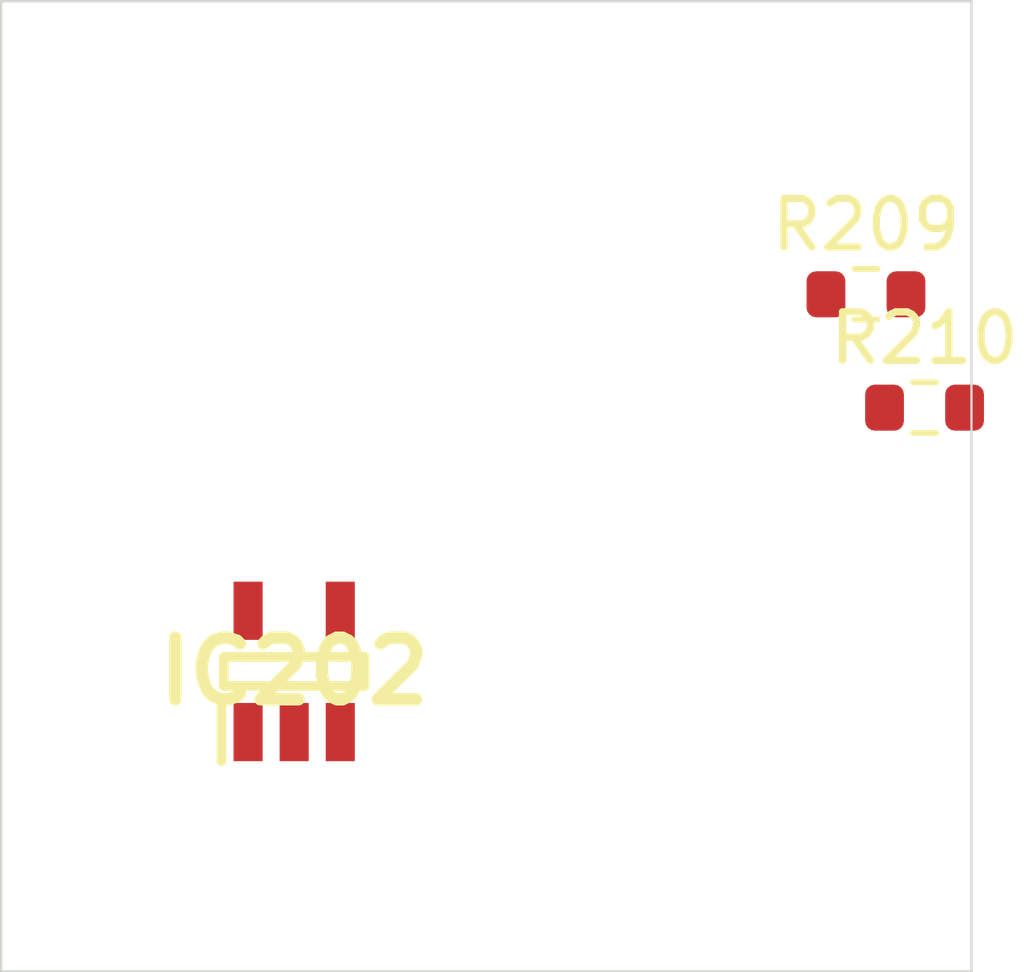
<source format=kicad_pcb>
 ( kicad_pcb  ( version 20171130 )
 ( host pcbnew 5.1.12-84ad8e8a86~92~ubuntu18.04.1 )
 ( general  ( thickness 1.6 )
 ( drawings 4 )
 ( tracks 0 )
 ( zones 0 )
 ( modules 3 )
 ( nets 5 )
)
 ( page A4 )
 ( layers  ( 0 F.Cu signal )
 ( 31 B.Cu signal )
 ( 32 B.Adhes user )
 ( 33 F.Adhes user )
 ( 34 B.Paste user )
 ( 35 F.Paste user )
 ( 36 B.SilkS user )
 ( 37 F.SilkS user )
 ( 38 B.Mask user )
 ( 39 F.Mask user )
 ( 40 Dwgs.User user )
 ( 41 Cmts.User user )
 ( 42 Eco1.User user )
 ( 43 Eco2.User user )
 ( 44 Edge.Cuts user )
 ( 45 Margin user )
 ( 46 B.CrtYd user )
 ( 47 F.CrtYd user )
 ( 48 B.Fab user )
 ( 49 F.Fab user )
)
 ( setup  ( last_trace_width 0.25 )
 ( trace_clearance 0.2 )
 ( zone_clearance 0.508 )
 ( zone_45_only no )
 ( trace_min 0.2 )
 ( via_size 0.8 )
 ( via_drill 0.4 )
 ( via_min_size 0.4 )
 ( via_min_drill 0.3 )
 ( uvia_size 0.3 )
 ( uvia_drill 0.1 )
 ( uvias_allowed no )
 ( uvia_min_size 0.2 )
 ( uvia_min_drill 0.1 )
 ( edge_width 0.05 )
 ( segment_width 0.2 )
 ( pcb_text_width 0.3 )
 ( pcb_text_size 1.5 1.5 )
 ( mod_edge_width 0.12 )
 ( mod_text_size 1 1 )
 ( mod_text_width 0.15 )
 ( pad_size 1.524 1.524 )
 ( pad_drill 0.762 )
 ( pad_to_mask_clearance 0 )
 ( aux_axis_origin 0 0 )
 ( visible_elements FFFFFF7F )
 ( pcbplotparams  ( layerselection 0x010fc_ffffffff )
 ( usegerberextensions false )
 ( usegerberattributes true )
 ( usegerberadvancedattributes true )
 ( creategerberjobfile true )
 ( excludeedgelayer true )
 ( linewidth 0.100000 )
 ( plotframeref false )
 ( viasonmask false )
 ( mode 1 )
 ( useauxorigin false )
 ( hpglpennumber 1 )
 ( hpglpenspeed 20 )
 ( hpglpendiameter 15.000000 )
 ( psnegative false )
 ( psa4output false )
 ( plotreference true )
 ( plotvalue true )
 ( plotinvisibletext false )
 ( padsonsilk false )
 ( subtractmaskfromsilk false )
 ( outputformat 1 )
 ( mirror false )
 ( drillshape 1 )
 ( scaleselection 1 )
 ( outputdirectory "" )
)
)
 ( net 0 "" )
 ( net 1 GND )
 ( net 2 VDDA )
 ( net 3 /Sheet6235D886/vp )
 ( net 4 "Net-(IC202-Pad3)" )
 ( net_class Default "This is the default net class."  ( clearance 0.2 )
 ( trace_width 0.25 )
 ( via_dia 0.8 )
 ( via_drill 0.4 )
 ( uvia_dia 0.3 )
 ( uvia_drill 0.1 )
 ( add_net /Sheet6235D886/vp )
 ( add_net GND )
 ( add_net "Net-(IC202-Pad3)" )
 ( add_net VDDA )
)
 ( module SOT95P280X145-5N locked  ( layer F.Cu )
 ( tedit 62336ED7 )
 ( tstamp 623423ED )
 ( at 86.038900 113.815000 90.000000 )
 ( descr DBV0005A )
 ( tags "Integrated Circuit" )
 ( path /6235D887/6266C08E )
 ( attr smd )
 ( fp_text reference IC202  ( at 0 0 )
 ( layer F.SilkS )
 ( effects  ( font  ( size 1.27 1.27 )
 ( thickness 0.254 )
)
)
)
 ( fp_text value TL071HIDBVR  ( at 0 0 )
 ( layer F.SilkS )
hide  ( effects  ( font  ( size 1.27 1.27 )
 ( thickness 0.254 )
)
)
)
 ( fp_line  ( start -1.85 -1.5 )
 ( end -0.65 -1.5 )
 ( layer F.SilkS )
 ( width 0.2 )
)
 ( fp_line  ( start -0.3 1.45 )
 ( end -0.3 -1.45 )
 ( layer F.SilkS )
 ( width 0.2 )
)
 ( fp_line  ( start 0.3 1.45 )
 ( end -0.3 1.45 )
 ( layer F.SilkS )
 ( width 0.2 )
)
 ( fp_line  ( start 0.3 -1.45 )
 ( end 0.3 1.45 )
 ( layer F.SilkS )
 ( width 0.2 )
)
 ( fp_line  ( start -0.3 -1.45 )
 ( end 0.3 -1.45 )
 ( layer F.SilkS )
 ( width 0.2 )
)
 ( fp_line  ( start -0.8 -0.5 )
 ( end 0.15 -1.45 )
 ( layer Dwgs.User )
 ( width 0.1 )
)
 ( fp_line  ( start -0.8 1.45 )
 ( end -0.8 -1.45 )
 ( layer Dwgs.User )
 ( width 0.1 )
)
 ( fp_line  ( start 0.8 1.45 )
 ( end -0.8 1.45 )
 ( layer Dwgs.User )
 ( width 0.1 )
)
 ( fp_line  ( start 0.8 -1.45 )
 ( end 0.8 1.45 )
 ( layer Dwgs.User )
 ( width 0.1 )
)
 ( fp_line  ( start -0.8 -1.45 )
 ( end 0.8 -1.45 )
 ( layer Dwgs.User )
 ( width 0.1 )
)
 ( fp_line  ( start -2.1 1.775 )
 ( end -2.1 -1.775 )
 ( layer Dwgs.User )
 ( width 0.05 )
)
 ( fp_line  ( start 2.1 1.775 )
 ( end -2.1 1.775 )
 ( layer Dwgs.User )
 ( width 0.05 )
)
 ( fp_line  ( start 2.1 -1.775 )
 ( end 2.1 1.775 )
 ( layer Dwgs.User )
 ( width 0.05 )
)
 ( fp_line  ( start -2.1 -1.775 )
 ( end 2.1 -1.775 )
 ( layer Dwgs.User )
 ( width 0.05 )
)
 ( pad 1 smd rect  ( at -1.25 -0.95 180.000000 )
 ( size 0.6 1.2 )
 ( layers F.Cu F.Mask F.Paste )
 ( net 3 /Sheet6235D886/vp )
)
 ( pad 2 smd rect  ( at -1.25 0 180.000000 )
 ( size 0.6 1.2 )
 ( layers F.Cu F.Mask F.Paste )
 ( net 1 GND )
)
 ( pad 3 smd rect  ( at -1.25 0.95 180.000000 )
 ( size 0.6 1.2 )
 ( layers F.Cu F.Mask F.Paste )
 ( net 4 "Net-(IC202-Pad3)" )
)
 ( pad 4 smd rect  ( at 1.25 0.95 180.000000 )
 ( size 0.6 1.2 )
 ( layers F.Cu F.Mask F.Paste )
 ( net 3 /Sheet6235D886/vp )
)
 ( pad 5 smd rect  ( at 1.25 -0.95 180.000000 )
 ( size 0.6 1.2 )
 ( layers F.Cu F.Mask F.Paste )
 ( net 2 VDDA )
)
)
 ( module Resistor_SMD:R_0603_1608Metric  ( layer F.Cu )
 ( tedit 5F68FEEE )
 ( tstamp 62342595 )
 ( at 97.824800 106.041000 )
 ( descr "Resistor SMD 0603 (1608 Metric), square (rectangular) end terminal, IPC_7351 nominal, (Body size source: IPC-SM-782 page 72, https://www.pcb-3d.com/wordpress/wp-content/uploads/ipc-sm-782a_amendment_1_and_2.pdf), generated with kicad-footprint-generator" )
 ( tags resistor )
 ( path /6235D887/623CDBD9 )
 ( attr smd )
 ( fp_text reference R209  ( at 0 -1.43 )
 ( layer F.SilkS )
 ( effects  ( font  ( size 1 1 )
 ( thickness 0.15 )
)
)
)
 ( fp_text value 100k  ( at 0 1.43 )
 ( layer F.Fab )
 ( effects  ( font  ( size 1 1 )
 ( thickness 0.15 )
)
)
)
 ( fp_line  ( start -0.8 0.4125 )
 ( end -0.8 -0.4125 )
 ( layer F.Fab )
 ( width 0.1 )
)
 ( fp_line  ( start -0.8 -0.4125 )
 ( end 0.8 -0.4125 )
 ( layer F.Fab )
 ( width 0.1 )
)
 ( fp_line  ( start 0.8 -0.4125 )
 ( end 0.8 0.4125 )
 ( layer F.Fab )
 ( width 0.1 )
)
 ( fp_line  ( start 0.8 0.4125 )
 ( end -0.8 0.4125 )
 ( layer F.Fab )
 ( width 0.1 )
)
 ( fp_line  ( start -0.237258 -0.5225 )
 ( end 0.237258 -0.5225 )
 ( layer F.SilkS )
 ( width 0.12 )
)
 ( fp_line  ( start -0.237258 0.5225 )
 ( end 0.237258 0.5225 )
 ( layer F.SilkS )
 ( width 0.12 )
)
 ( fp_line  ( start -1.48 0.73 )
 ( end -1.48 -0.73 )
 ( layer F.CrtYd )
 ( width 0.05 )
)
 ( fp_line  ( start -1.48 -0.73 )
 ( end 1.48 -0.73 )
 ( layer F.CrtYd )
 ( width 0.05 )
)
 ( fp_line  ( start 1.48 -0.73 )
 ( end 1.48 0.73 )
 ( layer F.CrtYd )
 ( width 0.05 )
)
 ( fp_line  ( start 1.48 0.73 )
 ( end -1.48 0.73 )
 ( layer F.CrtYd )
 ( width 0.05 )
)
 ( fp_text user %R  ( at 0 0 )
 ( layer F.Fab )
 ( effects  ( font  ( size 0.4 0.4 )
 ( thickness 0.06 )
)
)
)
 ( pad 1 smd roundrect  ( at -0.825 0 )
 ( size 0.8 0.95 )
 ( layers F.Cu F.Mask F.Paste )
 ( roundrect_rratio 0.25 )
 ( net 2 VDDA )
)
 ( pad 2 smd roundrect  ( at 0.825 0 )
 ( size 0.8 0.95 )
 ( layers F.Cu F.Mask F.Paste )
 ( roundrect_rratio 0.25 )
 ( net 4 "Net-(IC202-Pad3)" )
)
 ( model ${KISYS3DMOD}/Resistor_SMD.3dshapes/R_0603_1608Metric.wrl  ( at  ( xyz 0 0 0 )
)
 ( scale  ( xyz 1 1 1 )
)
 ( rotate  ( xyz 0 0 0 )
)
)
)
 ( module Resistor_SMD:R_0603_1608Metric  ( layer F.Cu )
 ( tedit 5F68FEEE )
 ( tstamp 623425A6 )
 ( at 99.032600 108.378000 )
 ( descr "Resistor SMD 0603 (1608 Metric), square (rectangular) end terminal, IPC_7351 nominal, (Body size source: IPC-SM-782 page 72, https://www.pcb-3d.com/wordpress/wp-content/uploads/ipc-sm-782a_amendment_1_and_2.pdf), generated with kicad-footprint-generator" )
 ( tags resistor )
 ( path /6235D887/623CDBDF )
 ( attr smd )
 ( fp_text reference R210  ( at 0 -1.43 )
 ( layer F.SilkS )
 ( effects  ( font  ( size 1 1 )
 ( thickness 0.15 )
)
)
)
 ( fp_text value 100k  ( at 0 1.43 )
 ( layer F.Fab )
 ( effects  ( font  ( size 1 1 )
 ( thickness 0.15 )
)
)
)
 ( fp_line  ( start 1.48 0.73 )
 ( end -1.48 0.73 )
 ( layer F.CrtYd )
 ( width 0.05 )
)
 ( fp_line  ( start 1.48 -0.73 )
 ( end 1.48 0.73 )
 ( layer F.CrtYd )
 ( width 0.05 )
)
 ( fp_line  ( start -1.48 -0.73 )
 ( end 1.48 -0.73 )
 ( layer F.CrtYd )
 ( width 0.05 )
)
 ( fp_line  ( start -1.48 0.73 )
 ( end -1.48 -0.73 )
 ( layer F.CrtYd )
 ( width 0.05 )
)
 ( fp_line  ( start -0.237258 0.5225 )
 ( end 0.237258 0.5225 )
 ( layer F.SilkS )
 ( width 0.12 )
)
 ( fp_line  ( start -0.237258 -0.5225 )
 ( end 0.237258 -0.5225 )
 ( layer F.SilkS )
 ( width 0.12 )
)
 ( fp_line  ( start 0.8 0.4125 )
 ( end -0.8 0.4125 )
 ( layer F.Fab )
 ( width 0.1 )
)
 ( fp_line  ( start 0.8 -0.4125 )
 ( end 0.8 0.4125 )
 ( layer F.Fab )
 ( width 0.1 )
)
 ( fp_line  ( start -0.8 -0.4125 )
 ( end 0.8 -0.4125 )
 ( layer F.Fab )
 ( width 0.1 )
)
 ( fp_line  ( start -0.8 0.4125 )
 ( end -0.8 -0.4125 )
 ( layer F.Fab )
 ( width 0.1 )
)
 ( fp_text user %R  ( at 0 0 )
 ( layer F.Fab )
 ( effects  ( font  ( size 0.4 0.4 )
 ( thickness 0.06 )
)
)
)
 ( pad 2 smd roundrect  ( at 0.825 0 )
 ( size 0.8 0.95 )
 ( layers F.Cu F.Mask F.Paste )
 ( roundrect_rratio 0.25 )
 ( net 1 GND )
)
 ( pad 1 smd roundrect  ( at -0.825 0 )
 ( size 0.8 0.95 )
 ( layers F.Cu F.Mask F.Paste )
 ( roundrect_rratio 0.25 )
 ( net 4 "Net-(IC202-Pad3)" )
)
 ( model ${KISYS3DMOD}/Resistor_SMD.3dshapes/R_0603_1608Metric.wrl  ( at  ( xyz 0 0 0 )
)
 ( scale  ( xyz 1 1 1 )
)
 ( rotate  ( xyz 0 0 0 )
)
)
)
 ( gr_line  ( start 100 100 )
 ( end 100 120 )
 ( layer Edge.Cuts )
 ( width 0.05 )
 ( tstamp 62E770C4 )
)
 ( gr_line  ( start 80 120 )
 ( end 100 120 )
 ( layer Edge.Cuts )
 ( width 0.05 )
 ( tstamp 62E770C0 )
)
 ( gr_line  ( start 80 100 )
 ( end 100 100 )
 ( layer Edge.Cuts )
 ( width 0.05 )
 ( tstamp 6234110C )
)
 ( gr_line  ( start 80 100 )
 ( end 80 120 )
 ( layer Edge.Cuts )
 ( width 0.05 )
)
)

</source>
